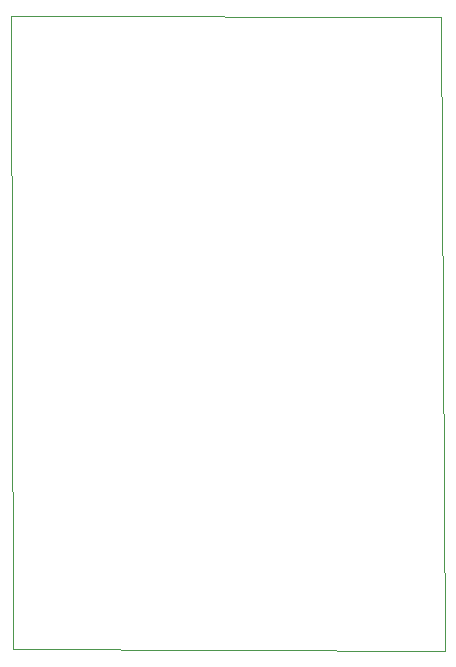
<source format=gbr>
%TF.GenerationSoftware,KiCad,Pcbnew,(5.1.9-0-10_14)*%
%TF.CreationDate,2021-11-21T14:59:00-08:00*%
%TF.ProjectId,clock,636c6f63-6b2e-46b6-9963-61645f706362,rev?*%
%TF.SameCoordinates,Original*%
%TF.FileFunction,Profile,NP*%
%FSLAX46Y46*%
G04 Gerber Fmt 4.6, Leading zero omitted, Abs format (unit mm)*
G04 Created by KiCad (PCBNEW (5.1.9-0-10_14)) date 2021-11-21 14:59:00*
%MOMM*%
%LPD*%
G01*
G04 APERTURE LIST*
%TA.AperFunction,Profile*%
%ADD10C,0.100000*%
%TD*%
G04 APERTURE END LIST*
D10*
X89400000Y-13100000D02*
X125800000Y-13200000D01*
X89500000Y-66700000D02*
X89400000Y-13100000D01*
X126100000Y-66800000D02*
X89500000Y-66700000D01*
X125800000Y-13200000D02*
X126100000Y-66800000D01*
M02*

</source>
